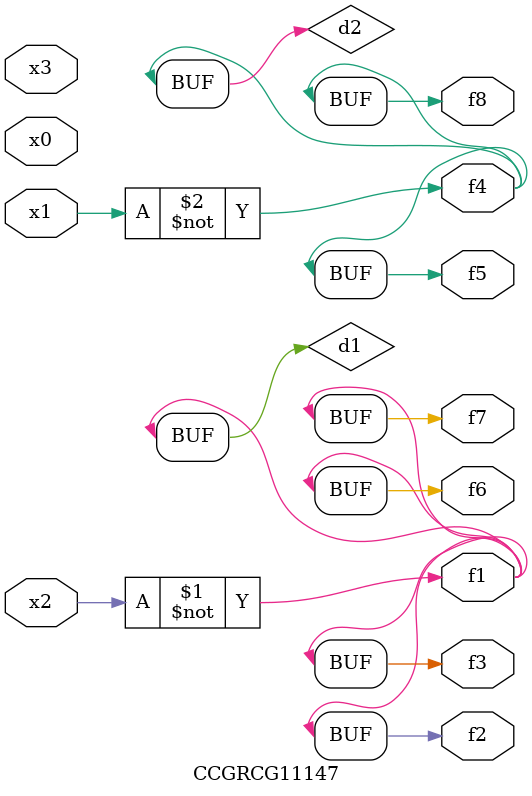
<source format=v>
module CCGRCG11147(
	input x0, x1, x2, x3,
	output f1, f2, f3, f4, f5, f6, f7, f8
);

	wire d1, d2;

	xnor (d1, x2);
	not (d2, x1);
	assign f1 = d1;
	assign f2 = d1;
	assign f3 = d1;
	assign f4 = d2;
	assign f5 = d2;
	assign f6 = d1;
	assign f7 = d1;
	assign f8 = d2;
endmodule

</source>
